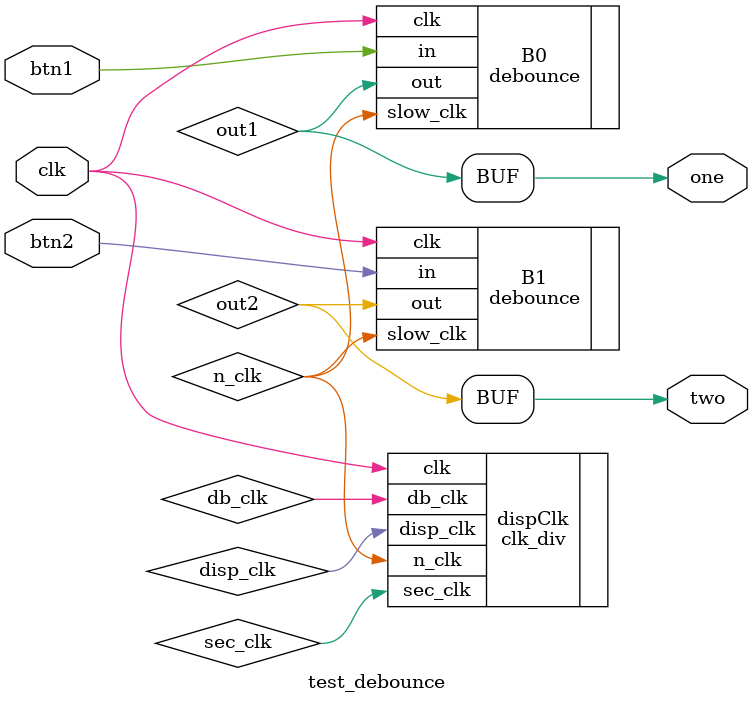
<source format=v>
`timescale 1ns / 1ps


module test_debounce(
    input btn1,
    input btn2,
    input clk,
    output one,
    output two
    );
    wire disp_clk;
    wire pulse_clk;
    wire n_clk;
    wire db_clk;
    wire out1, out2;
    assign one = out1;
    assign two = out2;
    
    clk_div dispClk(.clk(clk), .disp_clk(disp_clk),.sec_clk(sec_clk),.n_clk(n_clk),.db_clk(db_clk)); 
    
    debounce B0(.clk(clk),.slow_clk(n_clk),.in(btn1), .out(out1));  
    debounce B1(.clk(clk),.slow_clk(n_clk),.in(btn2), .out(out2));
    
endmodule


</source>
